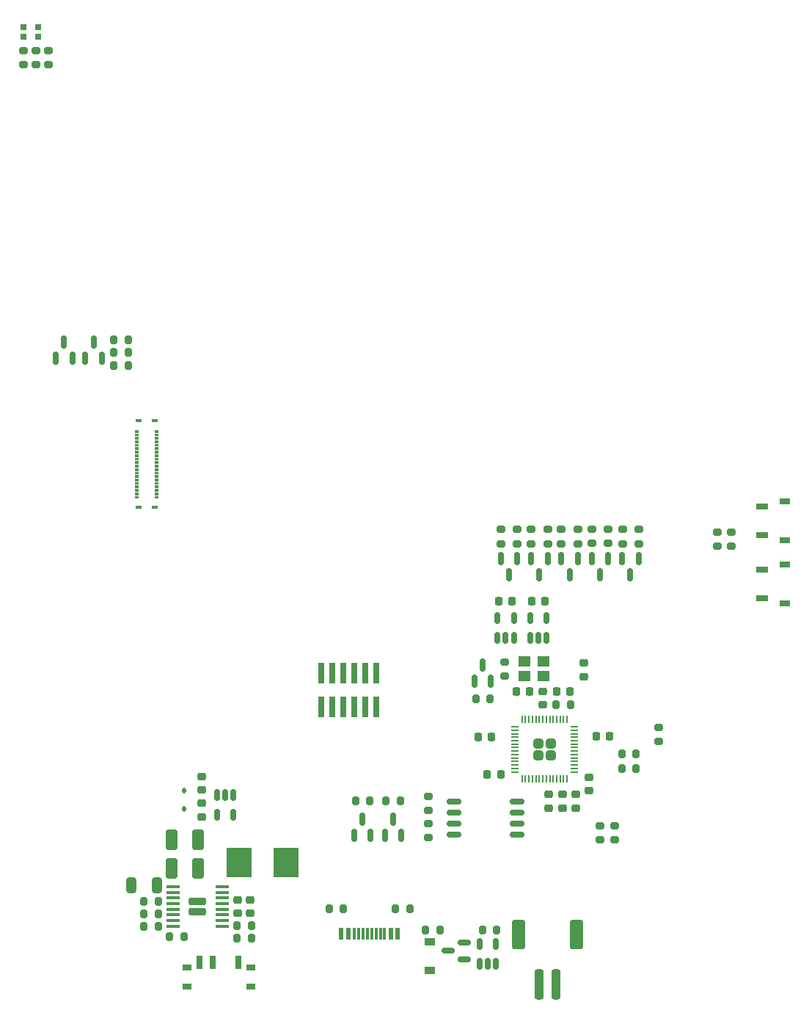
<source format=gbr>
%TF.GenerationSoftware,KiCad,Pcbnew,8.0.4*%
%TF.CreationDate,2024-10-18T18:06:38+03:00*%
%TF.ProjectId,beepy,62656570-792e-46b6-9963-61645f706362,rev?*%
%TF.SameCoordinates,Original*%
%TF.FileFunction,Paste,Bot*%
%TF.FilePolarity,Positive*%
%FSLAX46Y46*%
G04 Gerber Fmt 4.6, Leading zero omitted, Abs format (unit mm)*
G04 Created by KiCad (PCBNEW 8.0.4) date 2024-10-18 18:06:38*
%MOMM*%
%LPD*%
G01*
G04 APERTURE LIST*
G04 Aperture macros list*
%AMRoundRect*
0 Rectangle with rounded corners*
0 $1 Rounding radius*
0 $2 $3 $4 $5 $6 $7 $8 $9 X,Y pos of 4 corners*
0 Add a 4 corners polygon primitive as box body*
4,1,4,$2,$3,$4,$5,$6,$7,$8,$9,$2,$3,0*
0 Add four circle primitives for the rounded corners*
1,1,$1+$1,$2,$3*
1,1,$1+$1,$4,$5*
1,1,$1+$1,$6,$7*
1,1,$1+$1,$8,$9*
0 Add four rect primitives between the rounded corners*
20,1,$1+$1,$2,$3,$4,$5,0*
20,1,$1+$1,$4,$5,$6,$7,0*
20,1,$1+$1,$6,$7,$8,$9,0*
20,1,$1+$1,$8,$9,$2,$3,0*%
G04 Aperture macros list end*
%ADD10C,0.010000*%
%ADD11RoundRect,0.200000X0.200000X0.275000X-0.200000X0.275000X-0.200000X-0.275000X0.200000X-0.275000X0*%
%ADD12RoundRect,0.200000X0.275000X-0.200000X0.275000X0.200000X-0.275000X0.200000X-0.275000X-0.200000X0*%
%ADD13RoundRect,0.200000X-0.275000X0.200000X-0.275000X-0.200000X0.275000X-0.200000X0.275000X0.200000X0*%
%ADD14RoundRect,0.150000X-0.150000X0.587500X-0.150000X-0.587500X0.150000X-0.587500X0.150000X0.587500X0*%
%ADD15RoundRect,0.150000X0.150000X-0.512500X0.150000X0.512500X-0.150000X0.512500X-0.150000X-0.512500X0*%
%ADD16RoundRect,0.150000X0.150000X-0.587500X0.150000X0.587500X-0.150000X0.587500X-0.150000X-0.587500X0*%
%ADD17RoundRect,0.232500X0.757500X0.232500X-0.757500X0.232500X-0.757500X-0.232500X0.757500X-0.232500X0*%
%ADD18RoundRect,0.100000X0.687500X0.100000X-0.687500X0.100000X-0.687500X-0.100000X0.687500X-0.100000X0*%
%ADD19RoundRect,0.150000X-0.712500X-0.150000X0.712500X-0.150000X0.712500X0.150000X-0.712500X0.150000X0*%
%ADD20RoundRect,0.225000X0.250000X-0.225000X0.250000X0.225000X-0.250000X0.225000X-0.250000X-0.225000X0*%
%ADD21RoundRect,0.250000X0.325000X0.650000X-0.325000X0.650000X-0.325000X-0.650000X0.325000X-0.650000X0*%
%ADD22R,1.400000X0.800000*%
%ADD23R,1.270000X0.800000*%
%ADD24RoundRect,0.225000X-0.225000X-0.250000X0.225000X-0.250000X0.225000X0.250000X-0.225000X0.250000X0*%
%ADD25R,2.950000X3.500000*%
%ADD26RoundRect,0.150000X-0.150000X0.512500X-0.150000X-0.512500X0.150000X-0.512500X0.150000X0.512500X0*%
%ADD27RoundRect,0.225000X-0.250000X0.225000X-0.250000X-0.225000X0.250000X-0.225000X0.250000X0.225000X0*%
%ADD28RoundRect,0.200000X-0.200000X-0.275000X0.200000X-0.275000X0.200000X0.275000X-0.200000X0.275000X0*%
%ADD29R,0.750000X0.300000*%
%ADD30R,0.800000X0.700000*%
%ADD31R,1.400000X1.200000*%
%ADD32RoundRect,0.250000X-0.412500X-0.925000X0.412500X-0.925000X0.412500X0.925000X-0.412500X0.925000X0*%
%ADD33RoundRect,0.225000X0.225000X0.250000X-0.225000X0.250000X-0.225000X-0.250000X0.225000X-0.250000X0*%
%ADD34RoundRect,0.250000X-0.250000X-1.500000X0.250000X-1.500000X0.250000X1.500000X-0.250000X1.500000X0*%
%ADD35RoundRect,0.250001X-0.499999X-1.449999X0.499999X-1.449999X0.499999X1.449999X-0.499999X1.449999X0*%
%ADD36R,0.600000X1.450000*%
%ADD37R,0.300000X1.450000*%
%ADD38RoundRect,0.150000X0.587500X0.150000X-0.587500X0.150000X-0.587500X-0.150000X0.587500X-0.150000X0*%
%ADD39R,1.200000X0.900000*%
%ADD40RoundRect,0.112500X-0.112500X0.187500X-0.112500X-0.187500X0.112500X-0.187500X0.112500X0.187500X0*%
%ADD41R,1.000000X0.800000*%
%ADD42R,0.700000X1.500000*%
%ADD43RoundRect,0.250000X-0.315000X-0.315000X0.315000X-0.315000X0.315000X0.315000X-0.315000X0.315000X0*%
%ADD44RoundRect,0.050000X-0.387500X-0.050000X0.387500X-0.050000X0.387500X0.050000X-0.387500X0.050000X0*%
%ADD45RoundRect,0.050000X-0.050000X-0.387500X0.050000X-0.387500X0.050000X0.387500X-0.050000X0.387500X0*%
%ADD46R,0.740000X2.400000*%
G04 APERTURE END LIST*
D10*
%TO.C,J9*%
X14840001Y-64815001D02*
X14540000Y-64815000D01*
X14540000Y-64585000D01*
X14839998Y-64585000D01*
X14840001Y-64815001D01*
G36*
X14840001Y-64815001D02*
G01*
X14540000Y-64815000D01*
X14540000Y-64585000D01*
X14839998Y-64585000D01*
X14840001Y-64815001D01*
G37*
X14840000Y-59615000D02*
X14540000Y-59615000D01*
X14540001Y-59385000D01*
X14839999Y-59385000D01*
X14840000Y-59615000D01*
G36*
X14840000Y-59615000D02*
G01*
X14540000Y-59615000D01*
X14540001Y-59385000D01*
X14839999Y-59385000D01*
X14840000Y-59615000D01*
G37*
X14839999Y-60185001D02*
X14840001Y-60415000D01*
X14540000Y-60415000D01*
X14539999Y-60185000D01*
X14839999Y-60185001D01*
G36*
X14839999Y-60185001D02*
G01*
X14840001Y-60415000D01*
X14540000Y-60415000D01*
X14539999Y-60185000D01*
X14839999Y-60185001D01*
G37*
X14840000Y-62415001D02*
X14540000Y-62415000D01*
X14540000Y-62185001D01*
X14839999Y-62185000D01*
X14840000Y-62415001D01*
G36*
X14840000Y-62415001D02*
G01*
X14540000Y-62415000D01*
X14540000Y-62185001D01*
X14839999Y-62185000D01*
X14840000Y-62415001D01*
G37*
X14840000Y-63615001D02*
X14540000Y-63615000D01*
X14540000Y-63385001D01*
X14839999Y-63384999D01*
X14840000Y-63615001D01*
G36*
X14840000Y-63615001D02*
G01*
X14540000Y-63615000D01*
X14540000Y-63385001D01*
X14839999Y-63384999D01*
X14840000Y-63615001D01*
G37*
X14840001Y-58414999D02*
X14540000Y-58415000D01*
X14540000Y-58185000D01*
X14840000Y-58184999D01*
X14840001Y-58414999D01*
G36*
X14840001Y-58414999D02*
G01*
X14540000Y-58415000D01*
X14540000Y-58185000D01*
X14840000Y-58184999D01*
X14840001Y-58414999D01*
G37*
X14840001Y-59214999D02*
X14540000Y-59215000D01*
X14540000Y-58985000D01*
X14840000Y-58984999D01*
X14840001Y-59214999D01*
G36*
X14840001Y-59214999D02*
G01*
X14540000Y-59215000D01*
X14540000Y-58985000D01*
X14840000Y-58984999D01*
X14840001Y-59214999D01*
G37*
X14840000Y-59785001D02*
X14840000Y-60015001D01*
X14540000Y-60015000D01*
X14539999Y-59785000D01*
X14840000Y-59785001D01*
G36*
X14840000Y-59785001D02*
G01*
X14840000Y-60015001D01*
X14540000Y-60015000D01*
X14539999Y-59785000D01*
X14840000Y-59785001D01*
G37*
X14840000Y-60814999D02*
X14540000Y-60814999D01*
X14540000Y-60585000D01*
X14840000Y-60584999D01*
X14840000Y-60814999D01*
G36*
X14840000Y-60814999D02*
G01*
X14540000Y-60814999D01*
X14540000Y-60585000D01*
X14840000Y-60584999D01*
X14840000Y-60814999D01*
G37*
X14840001Y-61215000D02*
X14540001Y-61214999D01*
X14539999Y-60985001D01*
X14840000Y-60985000D01*
X14840001Y-61215000D01*
G36*
X14840001Y-61215000D02*
G01*
X14540001Y-61214999D01*
X14539999Y-60985001D01*
X14840000Y-60985000D01*
X14840001Y-61215000D01*
G37*
X14840000Y-61614999D02*
X14540000Y-61615000D01*
X14540000Y-61385000D01*
X14840000Y-61384999D01*
X14840000Y-61614999D01*
G36*
X14840000Y-61614999D02*
G01*
X14540000Y-61615000D01*
X14540000Y-61385000D01*
X14840000Y-61384999D01*
X14840000Y-61614999D01*
G37*
X14839999Y-62015000D02*
X14539999Y-62014999D01*
X14540001Y-61785001D01*
X14840000Y-61784999D01*
X14839999Y-62015000D01*
G36*
X14839999Y-62015000D02*
G01*
X14539999Y-62014999D01*
X14540001Y-61785001D01*
X14840000Y-61784999D01*
X14839999Y-62015000D01*
G37*
X14839998Y-62815000D02*
X14539999Y-62815001D01*
X14540000Y-62585000D01*
X14840000Y-62585000D01*
X14839998Y-62815000D01*
G36*
X14839998Y-62815000D02*
G01*
X14539999Y-62815001D01*
X14540000Y-62585000D01*
X14840000Y-62585000D01*
X14839998Y-62815000D01*
G37*
X14840001Y-64415000D02*
X14540001Y-64415001D01*
X14540000Y-64185000D01*
X14840000Y-64184999D01*
X14840001Y-64415000D01*
G36*
X14840001Y-64415000D02*
G01*
X14540001Y-64415001D01*
X14540000Y-64185000D01*
X14840000Y-64184999D01*
X14840001Y-64415000D01*
G37*
X14840002Y-65615000D02*
X14540000Y-65615000D01*
X14539999Y-65385001D01*
X14840000Y-65384998D01*
X14840002Y-65615000D01*
G36*
X14840002Y-65615000D02*
G01*
X14540000Y-65615000D01*
X14539999Y-65385001D01*
X14840000Y-65384998D01*
X14840002Y-65615000D01*
G37*
X14839999Y-58814999D02*
X14540000Y-58814998D01*
X14540000Y-58585001D01*
X14840001Y-58585001D01*
X14839999Y-58814999D01*
G36*
X14839999Y-58814999D02*
G01*
X14540000Y-58814998D01*
X14540000Y-58585001D01*
X14840001Y-58585001D01*
X14839999Y-58814999D01*
G37*
X14840000Y-63214999D02*
X14540001Y-63215000D01*
X14540000Y-62985000D01*
X14840001Y-62985000D01*
X14840000Y-63214999D01*
G36*
X14840000Y-63214999D02*
G01*
X14540001Y-63215000D01*
X14540000Y-62985000D01*
X14840001Y-62985000D01*
X14840000Y-63214999D01*
G37*
X14839999Y-64015000D02*
X14540000Y-64015000D01*
X14540001Y-63785000D01*
X14840001Y-63785000D01*
X14839999Y-64015000D01*
G36*
X14839999Y-64015000D02*
G01*
X14540000Y-64015000D01*
X14540001Y-63785000D01*
X14840001Y-63785000D01*
X14839999Y-64015000D01*
G37*
X14840000Y-65214999D02*
X14540000Y-65215000D01*
X14540000Y-64985000D01*
X14840001Y-64985000D01*
X14840000Y-65214999D01*
G36*
X14840000Y-65214999D02*
G01*
X14540000Y-65215000D01*
X14540000Y-64985000D01*
X14840001Y-64985000D01*
X14840000Y-65214999D01*
G37*
X14839999Y-66014999D02*
X14540001Y-66014998D01*
X14539999Y-65785000D01*
X14840001Y-65785000D01*
X14839999Y-66014999D01*
G36*
X14839999Y-66014999D02*
G01*
X14540001Y-66014998D01*
X14539999Y-65785000D01*
X14840001Y-65785000D01*
X14839999Y-66014999D01*
G37*
X17140000Y-60815000D02*
X16840000Y-60814999D01*
X16840001Y-60585000D01*
X17139999Y-60585000D01*
X17140000Y-60815000D01*
G36*
X17140000Y-60815000D02*
G01*
X16840000Y-60814999D01*
X16840001Y-60585000D01*
X17139999Y-60585000D01*
X17140000Y-60815000D01*
G37*
X17140000Y-58185000D02*
X17140000Y-58415000D01*
X16840001Y-58414999D01*
X16840000Y-58184999D01*
X17140000Y-58185000D01*
G36*
X17140000Y-58185000D02*
G01*
X17140000Y-58415000D01*
X16840001Y-58414999D01*
X16840000Y-58184999D01*
X17140000Y-58185000D01*
G37*
X17140000Y-58815000D02*
X16840001Y-58815001D01*
X16840000Y-58585000D01*
X17140000Y-58585000D01*
X17140000Y-58815000D01*
G36*
X17140000Y-58815000D02*
G01*
X16840001Y-58815001D01*
X16840000Y-58585000D01*
X17140000Y-58585000D01*
X17140000Y-58815000D01*
G37*
X17140000Y-58985000D02*
X17140000Y-59215000D01*
X16840001Y-59215000D01*
X16840000Y-58984999D01*
X17140000Y-58985000D01*
G36*
X17140000Y-58985000D02*
G01*
X17140000Y-59215000D01*
X16840001Y-59215000D01*
X16840000Y-58984999D01*
X17140000Y-58985000D01*
G37*
X17140000Y-59385001D02*
X17140000Y-59615000D01*
X16840000Y-59615000D01*
X16840000Y-59384999D01*
X17140000Y-59385001D01*
G36*
X17140000Y-59385001D02*
G01*
X17140000Y-59615000D01*
X16840000Y-59615000D01*
X16840000Y-59384999D01*
X17140000Y-59385001D01*
G37*
X17140000Y-60015000D02*
X16840000Y-60015001D01*
X16840000Y-59785001D01*
X17140000Y-59785000D01*
X17140000Y-60015000D01*
G36*
X17140000Y-60015000D02*
G01*
X16840000Y-60015001D01*
X16840000Y-59785001D01*
X17140000Y-59785000D01*
X17140000Y-60015000D01*
G37*
X17140000Y-60415000D02*
X16840000Y-60415000D01*
X16839999Y-60185000D01*
X17140000Y-60185000D01*
X17140000Y-60415000D01*
G36*
X17140000Y-60415000D02*
G01*
X16840000Y-60415000D01*
X16839999Y-60185000D01*
X17140000Y-60185000D01*
X17140000Y-60415000D01*
G37*
X17140000Y-61215000D02*
X16840000Y-61215000D01*
X16840000Y-60985000D01*
X17140000Y-60985000D01*
X17140000Y-61215000D01*
G36*
X17140000Y-61215000D02*
G01*
X16840000Y-61215000D01*
X16840000Y-60985000D01*
X17140000Y-60985000D01*
X17140000Y-61215000D01*
G37*
X17140000Y-61785000D02*
X17139999Y-62015000D01*
X16839999Y-62015000D01*
X16840001Y-61784999D01*
X17140000Y-61785000D01*
G36*
X17140000Y-61785000D02*
G01*
X17139999Y-62015000D01*
X16839999Y-62015000D01*
X16840001Y-61784999D01*
X17140000Y-61785000D01*
G37*
X17140001Y-62414999D02*
X16840000Y-62415000D01*
X16840000Y-62185001D01*
X17140000Y-62185000D01*
X17140001Y-62414999D01*
G36*
X17140001Y-62414999D02*
G01*
X16840000Y-62415000D01*
X16840000Y-62185001D01*
X17140000Y-62185000D01*
X17140001Y-62414999D01*
G37*
X17140000Y-62815000D02*
X16839999Y-62815000D01*
X16840002Y-62585001D01*
X17140000Y-62584999D01*
X17140000Y-62815000D01*
G36*
X17140000Y-62815000D02*
G01*
X16839999Y-62815000D01*
X16840002Y-62585001D01*
X17140000Y-62584999D01*
X17140000Y-62815000D01*
G37*
X17140000Y-62985000D02*
X17140001Y-63215000D01*
X16840001Y-63215000D01*
X16840000Y-62984999D01*
X17140000Y-62985000D01*
G36*
X17140000Y-62985000D02*
G01*
X17140001Y-63215000D01*
X16840001Y-63215000D01*
X16840000Y-62984999D01*
X17140000Y-62985000D01*
G37*
X17140000Y-63615000D02*
X16840000Y-63615000D01*
X16840000Y-63385000D01*
X17140000Y-63385000D01*
X17140000Y-63615000D01*
G36*
X17140000Y-63615000D02*
G01*
X16840000Y-63615000D01*
X16840000Y-63385000D01*
X17140000Y-63385000D01*
X17140000Y-63615000D01*
G37*
X17140001Y-64015001D02*
X16840000Y-64015001D01*
X16840001Y-63785000D01*
X17140000Y-63785000D01*
X17140001Y-64015001D01*
G36*
X17140001Y-64015001D02*
G01*
X16840000Y-64015001D01*
X16840001Y-63785000D01*
X17140000Y-63785000D01*
X17140001Y-64015001D01*
G37*
X17139999Y-64415001D02*
X16840001Y-64415001D01*
X16840000Y-64185000D01*
X17140000Y-64185000D01*
X17139999Y-64415001D01*
G36*
X17139999Y-64415001D02*
G01*
X16840001Y-64415001D01*
X16840000Y-64185000D01*
X17140000Y-64185000D01*
X17139999Y-64415001D01*
G37*
X17140000Y-64815000D02*
X16839999Y-64815001D01*
X16840000Y-64585001D01*
X17140000Y-64585000D01*
X17140000Y-64815000D01*
G36*
X17140000Y-64815000D02*
G01*
X16839999Y-64815001D01*
X16840000Y-64585001D01*
X17140000Y-64585000D01*
X17140000Y-64815000D01*
G37*
X17140002Y-65215000D02*
X16840000Y-65215000D01*
X16840000Y-64985000D01*
X17140000Y-64985000D01*
X17140002Y-65215000D01*
G36*
X17140002Y-65215000D02*
G01*
X16840000Y-65215000D01*
X16840000Y-64985000D01*
X17140000Y-64985000D01*
X17140002Y-65215000D01*
G37*
X17140000Y-65385000D02*
X17139999Y-65615000D01*
X16840001Y-65614999D01*
X16840000Y-65384999D01*
X17140000Y-65385000D01*
G36*
X17140000Y-65385000D02*
G01*
X17139999Y-65615000D01*
X16840001Y-65614999D01*
X16840000Y-65384999D01*
X17140000Y-65385000D01*
G37*
X17140000Y-66015000D02*
X16840000Y-66015001D01*
X16840000Y-65785000D01*
X17140000Y-65785000D01*
X17140000Y-66015000D01*
G36*
X17140000Y-66015000D02*
G01*
X16840000Y-66015001D01*
X16840000Y-65785000D01*
X17140000Y-65785000D01*
X17140000Y-66015000D01*
G37*
X17140000Y-61615000D02*
X16840001Y-61614999D01*
X16839999Y-61385001D01*
X17140001Y-61385000D01*
X17140000Y-61615000D01*
G36*
X17140000Y-61615000D02*
G01*
X16840001Y-61614999D01*
X16839999Y-61385001D01*
X17140001Y-61385000D01*
X17140000Y-61615000D01*
G37*
%TD*%
D11*
%TO.C,R1*%
X13750000Y-47790000D03*
X12100000Y-47790000D03*
%TD*%
D12*
%TO.C,R54*%
X60250000Y-71300001D03*
X60250000Y-69650001D03*
%TD*%
D13*
%TO.C,R32*%
X48350000Y-100425000D03*
X48350000Y-102075000D03*
%TD*%
D14*
%TO.C,Q8*%
X56750000Y-73025000D03*
X58650000Y-73025000D03*
X57700000Y-74900000D03*
%TD*%
D15*
%TO.C,U14*%
X58250000Y-82137500D03*
X57300000Y-82137500D03*
X56350000Y-82137500D03*
X56350000Y-79862500D03*
X58250000Y-79862500D03*
%TD*%
D16*
%TO.C,Q4*%
X41737500Y-104925001D03*
X39837500Y-104925001D03*
X40787500Y-103050001D03*
%TD*%
D17*
%TO.C,U1*%
X21757500Y-113705000D03*
X21757500Y-112545000D03*
D18*
X24620000Y-110850000D03*
X24620000Y-111500000D03*
X24620000Y-112150000D03*
X24620000Y-112800000D03*
X24620000Y-113450000D03*
X24620000Y-114100000D03*
X24620000Y-114750000D03*
X24620000Y-115400000D03*
X18895000Y-115400000D03*
X18895000Y-114750000D03*
X18895000Y-114100000D03*
X18895000Y-113450000D03*
X18895000Y-112800000D03*
X18895000Y-112150000D03*
X18895000Y-111500000D03*
X18895000Y-110850000D03*
%TD*%
D12*
%TO.C,R37*%
X69150000Y-71275000D03*
X69150000Y-69625000D03*
%TD*%
%TO.C,R36*%
X67250000Y-71275000D03*
X67250000Y-69625000D03*
%TD*%
D13*
%TO.C,R35*%
X48350000Y-103575000D03*
X48350000Y-105225000D03*
%TD*%
D19*
%TO.C,U12*%
X51387500Y-104880000D03*
X51387500Y-103610000D03*
X51387500Y-102340000D03*
X51387500Y-101070000D03*
X58612500Y-101070000D03*
X58612500Y-102340000D03*
X58612500Y-103610000D03*
X58612500Y-104880000D03*
%TD*%
D12*
%TO.C,R33*%
X70800000Y-71300000D03*
X70800000Y-69650000D03*
%TD*%
D20*
%TO.C,C19*%
X22200000Y-99700000D03*
X22200000Y-98150000D03*
%TD*%
D21*
%TO.C,C3*%
X17025000Y-110650000D03*
X14075000Y-110650000D03*
%TD*%
D11*
%TO.C,R13*%
X27965000Y-115340000D03*
X26315000Y-115340000D03*
%TD*%
D22*
%TO.C,SW1*%
X86900000Y-77610000D03*
D23*
X89500000Y-78200000D03*
X89500000Y-73700000D03*
D22*
X86900000Y-74300000D03*
%TD*%
D12*
%TO.C,R58*%
X58650000Y-71300000D03*
X58650000Y-69650000D03*
%TD*%
D24*
%TO.C,C35*%
X56475000Y-77950000D03*
X58025000Y-77950000D03*
%TD*%
D25*
%TO.C,L1*%
X31982500Y-108095000D03*
X26532500Y-108095000D03*
%TD*%
D11*
%TO.C,R14*%
X17200000Y-113990000D03*
X15550000Y-113990000D03*
%TD*%
D26*
%TO.C,U7*%
X24000000Y-100312500D03*
X24950000Y-100312500D03*
X25900000Y-100312500D03*
X25900000Y-102587500D03*
X24000000Y-102587500D03*
%TD*%
D20*
%TO.C,C2*%
X26387500Y-113900000D03*
X26387500Y-112350000D03*
%TD*%
D12*
%TO.C,R50*%
X63750000Y-71300000D03*
X63750000Y-69650000D03*
%TD*%
D27*
%TO.C,C30*%
X65400000Y-100215000D03*
X65400000Y-101765000D03*
%TD*%
D16*
%TO.C,Q11*%
X45262500Y-104925001D03*
X43362500Y-104925001D03*
X44312500Y-103050001D03*
%TD*%
D13*
%TO.C,R60*%
X69860000Y-103820000D03*
X69860000Y-105470000D03*
%TD*%
D28*
%TO.C,R16*%
X26315000Y-116800000D03*
X27965000Y-116800000D03*
%TD*%
D27*
%TO.C,C31*%
X62300000Y-100220000D03*
X62300000Y-101770000D03*
%TD*%
D20*
%TO.C,C1*%
X27847500Y-113900000D03*
X27847500Y-112350000D03*
%TD*%
D28*
%TO.C,R28*%
X70715000Y-95510000D03*
X72365000Y-95510000D03*
%TD*%
D27*
%TO.C,C27*%
X66930000Y-98215000D03*
X66930000Y-99765000D03*
%TD*%
D16*
%TO.C,Q9*%
X55610000Y-87157500D03*
X53710000Y-87157500D03*
X54660000Y-85282500D03*
%TD*%
D28*
%TO.C,R12*%
X48063911Y-115816000D03*
X49713911Y-115816000D03*
%TD*%
D12*
%TO.C,R31*%
X57210000Y-86595000D03*
X57210000Y-84945000D03*
%TD*%
%TO.C,R51*%
X65650000Y-71300000D03*
X65650000Y-69650000D03*
%TD*%
D14*
%TO.C,Q6*%
X63750000Y-73000000D03*
X65650000Y-73000000D03*
X64700000Y-74875000D03*
%TD*%
D27*
%TO.C,C28*%
X63850000Y-100215000D03*
X63850000Y-101765000D03*
%TD*%
D14*
%TO.C,Q7*%
X60250000Y-73000000D03*
X62150000Y-73000000D03*
X61200000Y-74875000D03*
%TD*%
D12*
%TO.C,R4*%
X4560000Y-16050000D03*
X4560000Y-14400000D03*
%TD*%
D14*
%TO.C,Q10*%
X70750000Y-73025000D03*
X72650000Y-73025000D03*
X71700000Y-74900000D03*
%TD*%
D28*
%TO.C,R17*%
X54643911Y-115826000D03*
X56293911Y-115826000D03*
%TD*%
D15*
%TO.C,U2*%
X56198911Y-119743500D03*
X55248911Y-119743500D03*
X54298911Y-119743500D03*
X54298911Y-117468500D03*
X56198911Y-117468500D03*
%TD*%
D29*
%TO.C,J9*%
X14915001Y-67110001D03*
X16765000Y-67110000D03*
X14915001Y-57089999D03*
X16765001Y-57090001D03*
%TD*%
D12*
%TO.C,R52*%
X83390000Y-71585000D03*
X83390000Y-69935000D03*
%TD*%
D30*
%TO.C,D1*%
X1630000Y-12840000D03*
X3330000Y-12840000D03*
X3330000Y-11740000D03*
X1630000Y-11740000D03*
%TD*%
D14*
%TO.C,Q5*%
X67250000Y-73000000D03*
X69150000Y-73000000D03*
X68200000Y-74875000D03*
%TD*%
D24*
%TO.C,C34*%
X63180000Y-88300000D03*
X64730000Y-88300000D03*
%TD*%
D11*
%TO.C,R8*%
X41612500Y-100950000D03*
X39962500Y-100950000D03*
%TD*%
D28*
%TO.C,R2*%
X12100000Y-50710000D03*
X13750000Y-50710000D03*
%TD*%
D24*
%TO.C,C26*%
X67755000Y-93520000D03*
X69305000Y-93520000D03*
%TD*%
D22*
%TO.C,SW3*%
X86900000Y-70300000D03*
D23*
X89500000Y-70890000D03*
X89500000Y-66390000D03*
D22*
X86900000Y-66990000D03*
%TD*%
D15*
%TO.C,U13*%
X62050000Y-82137500D03*
X61100000Y-82137500D03*
X60150000Y-82137500D03*
X60150000Y-79862500D03*
X62050000Y-79862500D03*
%TD*%
D31*
%TO.C,Y2*%
X61650000Y-86550000D03*
X59450000Y-86550000D03*
X59450000Y-84850000D03*
X61650000Y-84850000D03*
%TD*%
D32*
%TO.C,C5*%
X18762500Y-105412500D03*
X21837500Y-105412500D03*
%TD*%
D33*
%TO.C,C24*%
X55660000Y-93570000D03*
X54110000Y-93570000D03*
%TD*%
D12*
%TO.C,R30*%
X74990000Y-94120000D03*
X74990000Y-92470000D03*
%TD*%
D11*
%TO.C,R29*%
X72350000Y-97210000D03*
X70700000Y-97210000D03*
%TD*%
D34*
%TO.C,J8*%
X61150000Y-122130000D03*
X63150000Y-122130000D03*
D35*
X58800000Y-116380000D03*
X65500000Y-116380000D03*
%TD*%
D11*
%TO.C,R9*%
X46255000Y-113360000D03*
X44605000Y-113360000D03*
%TD*%
D20*
%TO.C,C25*%
X61630000Y-89860000D03*
X61630000Y-88310000D03*
%TD*%
D11*
%TO.C,R19*%
X45137500Y-100950000D03*
X43487500Y-100950000D03*
%TD*%
D12*
%TO.C,R53*%
X81750000Y-71585000D03*
X81750000Y-69935000D03*
%TD*%
D36*
%TO.C,J7*%
X44840000Y-116315000D03*
X44040000Y-116315000D03*
D37*
X42840000Y-116315000D03*
X41840000Y-116315000D03*
X41340000Y-116315000D03*
X40340000Y-116315000D03*
D36*
X39140000Y-116315000D03*
X38340000Y-116315000D03*
X38340000Y-116315000D03*
X39140000Y-116315000D03*
D37*
X39840000Y-116315000D03*
X40840000Y-116315000D03*
X42340000Y-116315000D03*
X43340000Y-116315000D03*
D36*
X44040000Y-116315000D03*
X44840000Y-116315000D03*
%TD*%
D16*
%TO.C,Q2*%
X10695000Y-49912500D03*
X8795000Y-49912500D03*
X9745000Y-48037500D03*
%TD*%
D11*
%TO.C,R3*%
X13750000Y-49250000D03*
X12100000Y-49250000D03*
%TD*%
D28*
%TO.C,R56*%
X63130000Y-89860000D03*
X64780000Y-89860000D03*
%TD*%
D24*
%TO.C,C32*%
X60325000Y-77950000D03*
X61875000Y-77950000D03*
%TD*%
D16*
%TO.C,Q1*%
X7295000Y-49912500D03*
X5395000Y-49912500D03*
X6345000Y-48037500D03*
%TD*%
D20*
%TO.C,C29*%
X66360000Y-86605000D03*
X66360000Y-85055000D03*
%TD*%
D28*
%TO.C,R18*%
X18515000Y-116610000D03*
X20165000Y-116610000D03*
%TD*%
D12*
%TO.C,R55*%
X62150000Y-71300001D03*
X62150000Y-69650001D03*
%TD*%
D38*
%TO.C,Q3*%
X52566411Y-117306000D03*
X52566411Y-119206000D03*
X50691411Y-118256000D03*
%TD*%
D39*
%TO.C,D2*%
X48558911Y-120546000D03*
X48558911Y-117246000D03*
%TD*%
D32*
%TO.C,C4*%
X18765000Y-108722500D03*
X21840000Y-108722500D03*
%TD*%
D11*
%TO.C,R15*%
X17195000Y-115450000D03*
X15545000Y-115450000D03*
%TD*%
D12*
%TO.C,R57*%
X56750000Y-71300000D03*
X56750000Y-69650000D03*
%TD*%
%TO.C,R5*%
X3100000Y-16050000D03*
X3100000Y-14400000D03*
%TD*%
D28*
%TO.C,R7*%
X53885000Y-89157500D03*
X55535000Y-89157500D03*
%TD*%
D12*
%TO.C,R6*%
X1640000Y-16050000D03*
X1640000Y-14400000D03*
%TD*%
%TO.C,R59*%
X68200000Y-105470000D03*
X68200000Y-103820000D03*
%TD*%
D40*
%TO.C,D4*%
X20200000Y-99750000D03*
X20200000Y-101850000D03*
%TD*%
D33*
%TO.C,C33*%
X60075000Y-88300000D03*
X58525000Y-88300000D03*
%TD*%
%TO.C,C23*%
X56740000Y-97920000D03*
X55190000Y-97920000D03*
%TD*%
D41*
%TO.C,SW2*%
X27870000Y-122410000D03*
X27870000Y-120200000D03*
X20570000Y-122410000D03*
X20570000Y-120200000D03*
D42*
X26470000Y-119550000D03*
X23470000Y-119550000D03*
X21970000Y-119550000D03*
%TD*%
D12*
%TO.C,R34*%
X72650000Y-71300000D03*
X72650000Y-69650000D03*
%TD*%
D43*
%TO.C,U8*%
X61100000Y-94312500D03*
X61100000Y-95712500D03*
X62500000Y-94312500D03*
X62500000Y-95712500D03*
D44*
X58362500Y-97612500D03*
X58362500Y-97212500D03*
X58362500Y-96812500D03*
X58362500Y-96412500D03*
X58362500Y-96012500D03*
X58362500Y-95612500D03*
X58362500Y-95212500D03*
X58362500Y-94812500D03*
X58362500Y-94412500D03*
X58362500Y-94012500D03*
X58362500Y-93612500D03*
X58362500Y-93212500D03*
X58362500Y-92812500D03*
X58362500Y-92412500D03*
D45*
X59200000Y-91575000D03*
X59600000Y-91575000D03*
X60000000Y-91575000D03*
X60400000Y-91575000D03*
X60800000Y-91575000D03*
X61200000Y-91575000D03*
X61600000Y-91575000D03*
X62000000Y-91575000D03*
X62400000Y-91575000D03*
X62800000Y-91575000D03*
X63200000Y-91575000D03*
X63600000Y-91575000D03*
X64000000Y-91575000D03*
X64400000Y-91575000D03*
D44*
X65237500Y-92412500D03*
X65237500Y-92812500D03*
X65237500Y-93212500D03*
X65237500Y-93612500D03*
X65237500Y-94012500D03*
X65237500Y-94412500D03*
X65237500Y-94812500D03*
X65237500Y-95212500D03*
X65237500Y-95612500D03*
X65237500Y-96012500D03*
X65237500Y-96412500D03*
X65237500Y-96812500D03*
X65237500Y-97212500D03*
X65237500Y-97612500D03*
D45*
X64400000Y-98450000D03*
X64000000Y-98450000D03*
X63600000Y-98450000D03*
X63200000Y-98450000D03*
X62800000Y-98450000D03*
X62400000Y-98450000D03*
X62000000Y-98450000D03*
X61600000Y-98450000D03*
X61200000Y-98450000D03*
X60800000Y-98450000D03*
X60400000Y-98450000D03*
X60000000Y-98450000D03*
X59600000Y-98450000D03*
X59200000Y-98450000D03*
%TD*%
D28*
%TO.C,R11*%
X36925000Y-113360000D03*
X38575000Y-113360000D03*
%TD*%
D11*
%TO.C,R10*%
X17200000Y-112530000D03*
X15550000Y-112530000D03*
%TD*%
D46*
%TO.C,J6*%
X35990000Y-86250000D03*
X35990000Y-90150000D03*
X37260000Y-86250000D03*
X37260000Y-90150000D03*
X38530000Y-86250000D03*
X38530000Y-90150000D03*
X39800000Y-86250000D03*
X39800000Y-90150000D03*
X41070000Y-86250000D03*
X41070000Y-90150000D03*
X42340000Y-86250000D03*
X42340000Y-90150000D03*
%TD*%
D27*
%TO.C,C20*%
X22200000Y-101250000D03*
X22200000Y-102800000D03*
%TD*%
M02*

</source>
